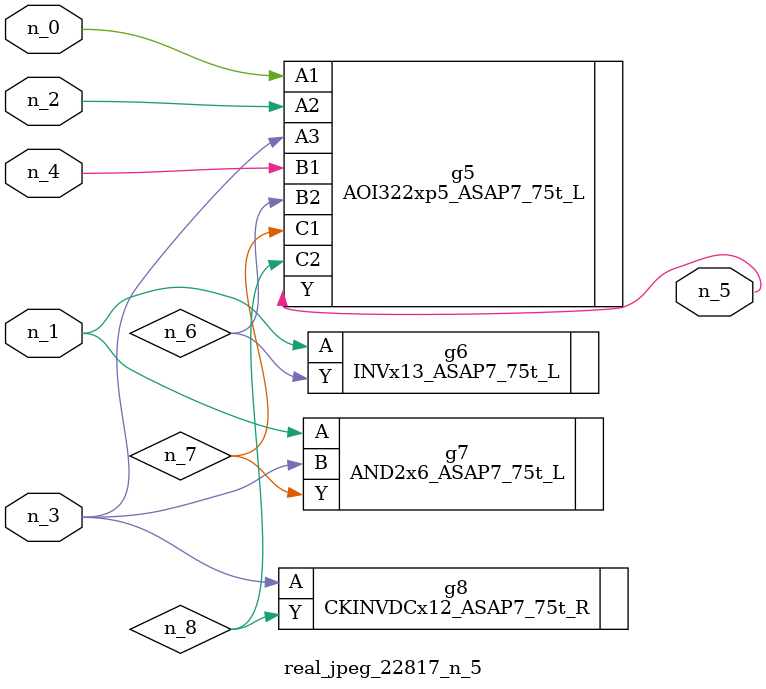
<source format=v>
module real_jpeg_22817_n_5 (n_4, n_0, n_1, n_2, n_3, n_5);

input n_4;
input n_0;
input n_1;
input n_2;
input n_3;

output n_5;

wire n_8;
wire n_6;
wire n_7;

AOI322xp5_ASAP7_75t_L g5 ( 
.A1(n_0),
.A2(n_2),
.A3(n_3),
.B1(n_4),
.B2(n_6),
.C1(n_7),
.C2(n_8),
.Y(n_5)
);

INVx13_ASAP7_75t_L g6 ( 
.A(n_1),
.Y(n_6)
);

AND2x6_ASAP7_75t_L g7 ( 
.A(n_1),
.B(n_3),
.Y(n_7)
);

CKINVDCx12_ASAP7_75t_R g8 ( 
.A(n_3),
.Y(n_8)
);


endmodule
</source>
